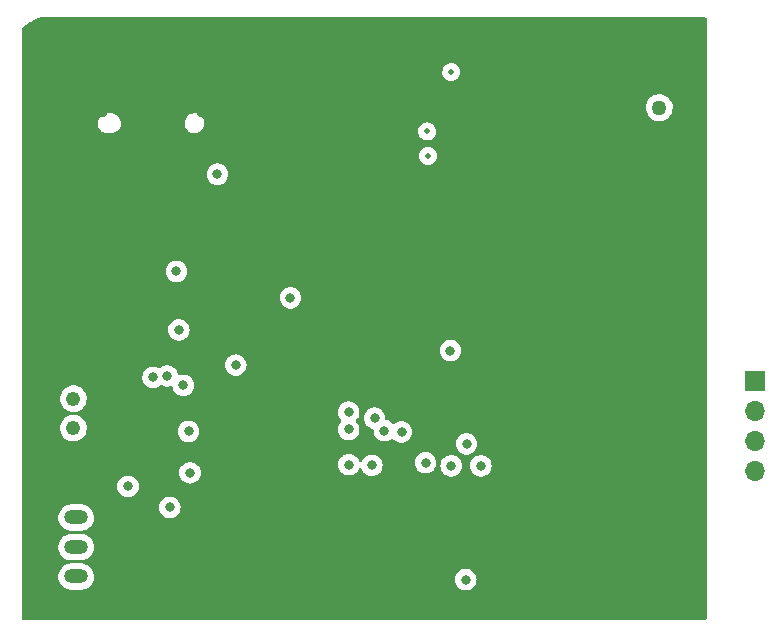
<source format=gbr>
%TF.GenerationSoftware,KiCad,Pcbnew,(6.0.1-0)*%
%TF.CreationDate,2022-05-03T07:12:26+06:00*%
%TF.ProjectId,Sound Sensor,536f756e-6420-4536-956e-736f722e6b69,rev?*%
%TF.SameCoordinates,Original*%
%TF.FileFunction,Copper,L2,Inr*%
%TF.FilePolarity,Positive*%
%FSLAX46Y46*%
G04 Gerber Fmt 4.6, Leading zero omitted, Abs format (unit mm)*
G04 Created by KiCad (PCBNEW (6.0.1-0)) date 2022-05-03 07:12:26*
%MOMM*%
%LPD*%
G01*
G04 APERTURE LIST*
%TA.AperFunction,ComponentPad*%
%ADD10O,2.000000X1.200000*%
%TD*%
%TA.AperFunction,ComponentPad*%
%ADD11O,0.800000X1.400000*%
%TD*%
%TA.AperFunction,ComponentPad*%
%ADD12R,1.700000X1.700000*%
%TD*%
%TA.AperFunction,ComponentPad*%
%ADD13O,1.700000X1.700000*%
%TD*%
%TA.AperFunction,ComponentPad*%
%ADD14C,1.270000*%
%TD*%
%TA.AperFunction,ComponentPad*%
%ADD15C,1.228000*%
%TD*%
%TA.AperFunction,ViaPad*%
%ADD16C,0.800000*%
%TD*%
%TA.AperFunction,ViaPad*%
%ADD17C,0.500000*%
%TD*%
G04 APERTURE END LIST*
D10*
X168620000Y-144330000D03*
X168620000Y-141830000D03*
X168620000Y-139330000D03*
D11*
X170540000Y-98760000D03*
X179520000Y-98760000D03*
X179160000Y-104710000D03*
X170900000Y-104710000D03*
D12*
X226100000Y-127780000D03*
D13*
X226100000Y-130320000D03*
X226100000Y-132860000D03*
X226100000Y-135400000D03*
D14*
X217990000Y-104640500D03*
X217990000Y-107140500D03*
D15*
X168390000Y-131775000D03*
X168390000Y-129275000D03*
D16*
X195670000Y-112700000D03*
X199165000Y-112700000D03*
X202660000Y-112700000D03*
X206155000Y-112700000D03*
X209670000Y-112700000D03*
X213480000Y-112700000D03*
X217200000Y-112720000D03*
X217200000Y-115170000D03*
X213570000Y-115150000D03*
X209670000Y-115150000D03*
X206170000Y-115150000D03*
X202670000Y-115150000D03*
X199170000Y-115150000D03*
X195670000Y-115150000D03*
X182130000Y-126430000D03*
X186765000Y-120735000D03*
X200300000Y-125200000D03*
X193880000Y-130920000D03*
X198200000Y-134700000D03*
X173005000Y-136695000D03*
X201600000Y-144600000D03*
X175200000Y-112500000D03*
X207600000Y-146600000D03*
X198200000Y-121300000D03*
X197200000Y-131100000D03*
X179010000Y-125890000D03*
X183400000Y-126900000D03*
X177780000Y-108480000D03*
X174800000Y-130700000D03*
X208300000Y-136500000D03*
X195400000Y-134200000D03*
X198600000Y-142900000D03*
X208100000Y-126400000D03*
X178110000Y-115910000D03*
X175130000Y-127470000D03*
X178140000Y-132050000D03*
X178260000Y-135550000D03*
X177690000Y-128140000D03*
X176540000Y-138480000D03*
X177310000Y-123450000D03*
D17*
X198400000Y-108710000D03*
D16*
X180580000Y-110270000D03*
X177110000Y-118500000D03*
X176310000Y-127340000D03*
X200370000Y-134960000D03*
X202880000Y-134960000D03*
X191693459Y-131873459D03*
X191693459Y-130415500D03*
X196169001Y-132093798D03*
X191710000Y-134870000D03*
X193651577Y-134916342D03*
X194710000Y-131980000D03*
X201670000Y-133100000D03*
D17*
X200380000Y-101600000D03*
X198330000Y-106650000D03*
%TA.AperFunction,Conductor*%
G36*
X221942121Y-97020002D02*
G01*
X221988614Y-97073658D01*
X222000000Y-97126000D01*
X222000000Y-147874000D01*
X221979998Y-147942121D01*
X221926342Y-147988614D01*
X221874000Y-148000000D01*
X164126000Y-148000000D01*
X164057879Y-147979998D01*
X164011386Y-147926342D01*
X164000000Y-147874000D01*
X164000000Y-144275604D01*
X167107787Y-144275604D01*
X167117567Y-144486899D01*
X167167125Y-144692534D01*
X167169607Y-144697992D01*
X167169608Y-144697996D01*
X167211408Y-144789928D01*
X167254674Y-144885087D01*
X167377054Y-145057611D01*
X167529850Y-145203881D01*
X167707548Y-145318620D01*
X167713114Y-145320863D01*
X167898168Y-145395442D01*
X167898171Y-145395443D01*
X167903737Y-145397686D01*
X168111337Y-145438228D01*
X168116899Y-145438500D01*
X169072846Y-145438500D01*
X169230566Y-145423452D01*
X169433534Y-145363908D01*
X169517111Y-145320863D01*
X169616249Y-145269804D01*
X169616252Y-145269802D01*
X169621580Y-145267058D01*
X169787920Y-145136396D01*
X169791852Y-145131865D01*
X169791855Y-145131862D01*
X169922621Y-144981167D01*
X169926552Y-144976637D01*
X169929552Y-144971451D01*
X169929555Y-144971447D01*
X170029467Y-144798742D01*
X170032473Y-144793546D01*
X170099683Y-144600000D01*
X200686496Y-144600000D01*
X200687186Y-144606565D01*
X200696222Y-144692534D01*
X200706458Y-144789928D01*
X200765473Y-144971556D01*
X200860960Y-145136944D01*
X200865378Y-145141851D01*
X200865379Y-145141852D01*
X200984325Y-145273955D01*
X200988747Y-145278866D01*
X201143248Y-145391118D01*
X201149276Y-145393802D01*
X201149278Y-145393803D01*
X201247103Y-145437357D01*
X201317712Y-145468794D01*
X201411113Y-145488647D01*
X201498056Y-145507128D01*
X201498061Y-145507128D01*
X201504513Y-145508500D01*
X201695487Y-145508500D01*
X201701939Y-145507128D01*
X201701944Y-145507128D01*
X201788887Y-145488647D01*
X201882288Y-145468794D01*
X201952897Y-145437357D01*
X202050722Y-145393803D01*
X202050724Y-145393802D01*
X202056752Y-145391118D01*
X202211253Y-145278866D01*
X202215675Y-145273955D01*
X202334621Y-145141852D01*
X202334622Y-145141851D01*
X202339040Y-145136944D01*
X202434527Y-144971556D01*
X202493542Y-144789928D01*
X202503779Y-144692534D01*
X202512814Y-144606565D01*
X202513504Y-144600000D01*
X202493542Y-144410072D01*
X202434527Y-144228444D01*
X202339040Y-144063056D01*
X202252971Y-143967466D01*
X202215675Y-143926045D01*
X202215674Y-143926044D01*
X202211253Y-143921134D01*
X202056752Y-143808882D01*
X202050724Y-143806198D01*
X202050722Y-143806197D01*
X201888319Y-143733891D01*
X201888318Y-143733891D01*
X201882288Y-143731206D01*
X201788887Y-143711353D01*
X201701944Y-143692872D01*
X201701939Y-143692872D01*
X201695487Y-143691500D01*
X201504513Y-143691500D01*
X201498061Y-143692872D01*
X201498056Y-143692872D01*
X201411113Y-143711353D01*
X201317712Y-143731206D01*
X201311682Y-143733891D01*
X201311681Y-143733891D01*
X201149278Y-143806197D01*
X201149276Y-143806198D01*
X201143248Y-143808882D01*
X200988747Y-143921134D01*
X200984326Y-143926044D01*
X200984325Y-143926045D01*
X200947030Y-143967466D01*
X200860960Y-144063056D01*
X200765473Y-144228444D01*
X200706458Y-144410072D01*
X200686496Y-144600000D01*
X170099683Y-144600000D01*
X170101861Y-144593729D01*
X170128490Y-144410072D01*
X170131352Y-144390336D01*
X170131352Y-144390333D01*
X170132213Y-144384396D01*
X170122433Y-144173101D01*
X170072875Y-143967466D01*
X170029525Y-143872122D01*
X169987806Y-143780368D01*
X169985326Y-143774913D01*
X169862946Y-143602389D01*
X169710150Y-143456119D01*
X169532452Y-143341380D01*
X169472354Y-143317160D01*
X169341832Y-143264558D01*
X169341829Y-143264557D01*
X169336263Y-143262314D01*
X169128663Y-143221772D01*
X169123101Y-143221500D01*
X168167154Y-143221500D01*
X168009434Y-143236548D01*
X167806466Y-143296092D01*
X167801139Y-143298836D01*
X167801138Y-143298836D01*
X167623751Y-143390196D01*
X167623748Y-143390198D01*
X167618420Y-143392942D01*
X167452080Y-143523604D01*
X167448148Y-143528135D01*
X167448145Y-143528138D01*
X167379474Y-143607275D01*
X167313448Y-143683363D01*
X167310448Y-143688549D01*
X167310445Y-143688553D01*
X167240833Y-143808882D01*
X167207527Y-143866454D01*
X167138139Y-144066271D01*
X167137278Y-144072206D01*
X167137278Y-144072208D01*
X167113714Y-144234729D01*
X167107787Y-144275604D01*
X164000000Y-144275604D01*
X164000000Y-141775604D01*
X167107787Y-141775604D01*
X167117567Y-141986899D01*
X167167125Y-142192534D01*
X167169607Y-142197992D01*
X167169608Y-142197996D01*
X167213053Y-142293546D01*
X167254674Y-142385087D01*
X167377054Y-142557611D01*
X167529850Y-142703881D01*
X167707548Y-142818620D01*
X167713114Y-142820863D01*
X167898168Y-142895442D01*
X167898171Y-142895443D01*
X167903737Y-142897686D01*
X168111337Y-142938228D01*
X168116899Y-142938500D01*
X169072846Y-142938500D01*
X169230566Y-142923452D01*
X169433534Y-142863908D01*
X169517111Y-142820863D01*
X169616249Y-142769804D01*
X169616252Y-142769802D01*
X169621580Y-142767058D01*
X169787920Y-142636396D01*
X169791852Y-142631865D01*
X169791855Y-142631862D01*
X169922621Y-142481167D01*
X169926552Y-142476637D01*
X169929552Y-142471451D01*
X169929555Y-142471447D01*
X170029467Y-142298742D01*
X170032473Y-142293546D01*
X170101861Y-142093729D01*
X170132213Y-141884396D01*
X170122433Y-141673101D01*
X170072875Y-141467466D01*
X170029525Y-141372122D01*
X169987806Y-141280368D01*
X169985326Y-141274913D01*
X169862946Y-141102389D01*
X169710150Y-140956119D01*
X169532452Y-140841380D01*
X169472354Y-140817160D01*
X169341832Y-140764558D01*
X169341829Y-140764557D01*
X169336263Y-140762314D01*
X169128663Y-140721772D01*
X169123101Y-140721500D01*
X168167154Y-140721500D01*
X168009434Y-140736548D01*
X167806466Y-140796092D01*
X167801139Y-140798836D01*
X167801138Y-140798836D01*
X167623751Y-140890196D01*
X167623748Y-140890198D01*
X167618420Y-140892942D01*
X167452080Y-141023604D01*
X167448148Y-141028135D01*
X167448145Y-141028138D01*
X167379474Y-141107275D01*
X167313448Y-141183363D01*
X167310448Y-141188549D01*
X167310445Y-141188553D01*
X167263312Y-141270026D01*
X167207527Y-141366454D01*
X167138139Y-141566271D01*
X167107787Y-141775604D01*
X164000000Y-141775604D01*
X164000000Y-139275604D01*
X167107787Y-139275604D01*
X167117567Y-139486899D01*
X167167125Y-139692534D01*
X167169607Y-139697992D01*
X167169608Y-139697996D01*
X167213053Y-139793546D01*
X167254674Y-139885087D01*
X167377054Y-140057611D01*
X167529850Y-140203881D01*
X167707548Y-140318620D01*
X167713114Y-140320863D01*
X167898168Y-140395442D01*
X167898171Y-140395443D01*
X167903737Y-140397686D01*
X168111337Y-140438228D01*
X168116899Y-140438500D01*
X169072846Y-140438500D01*
X169230566Y-140423452D01*
X169433534Y-140363908D01*
X169517111Y-140320863D01*
X169616249Y-140269804D01*
X169616252Y-140269802D01*
X169621580Y-140267058D01*
X169787920Y-140136396D01*
X169791852Y-140131865D01*
X169791855Y-140131862D01*
X169922621Y-139981167D01*
X169926552Y-139976637D01*
X169929552Y-139971451D01*
X169929555Y-139971447D01*
X170029467Y-139798742D01*
X170032473Y-139793546D01*
X170101861Y-139593729D01*
X170132213Y-139384396D01*
X170122433Y-139173101D01*
X170072875Y-138967466D01*
X170029525Y-138872122D01*
X169987806Y-138780368D01*
X169985326Y-138774913D01*
X169862946Y-138602389D01*
X169741954Y-138486565D01*
X169735096Y-138480000D01*
X175626496Y-138480000D01*
X175646458Y-138669928D01*
X175705473Y-138851556D01*
X175800960Y-139016944D01*
X175928747Y-139158866D01*
X176083248Y-139271118D01*
X176089276Y-139273802D01*
X176089278Y-139273803D01*
X176106793Y-139281601D01*
X176257712Y-139348794D01*
X176351112Y-139368647D01*
X176438056Y-139387128D01*
X176438061Y-139387128D01*
X176444513Y-139388500D01*
X176635487Y-139388500D01*
X176641939Y-139387128D01*
X176641944Y-139387128D01*
X176728888Y-139368647D01*
X176822288Y-139348794D01*
X176973207Y-139281601D01*
X176990722Y-139273803D01*
X176990724Y-139273802D01*
X176996752Y-139271118D01*
X177151253Y-139158866D01*
X177279040Y-139016944D01*
X177374527Y-138851556D01*
X177433542Y-138669928D01*
X177453504Y-138480000D01*
X177433542Y-138290072D01*
X177374527Y-138108444D01*
X177279040Y-137943056D01*
X177151253Y-137801134D01*
X176996752Y-137688882D01*
X176990724Y-137686198D01*
X176990722Y-137686197D01*
X176828319Y-137613891D01*
X176828318Y-137613891D01*
X176822288Y-137611206D01*
X176728887Y-137591353D01*
X176641944Y-137572872D01*
X176641939Y-137572872D01*
X176635487Y-137571500D01*
X176444513Y-137571500D01*
X176438061Y-137572872D01*
X176438056Y-137572872D01*
X176351113Y-137591353D01*
X176257712Y-137611206D01*
X176251682Y-137613891D01*
X176251681Y-137613891D01*
X176089278Y-137686197D01*
X176089276Y-137686198D01*
X176083248Y-137688882D01*
X175928747Y-137801134D01*
X175800960Y-137943056D01*
X175705473Y-138108444D01*
X175646458Y-138290072D01*
X175626496Y-138480000D01*
X169735096Y-138480000D01*
X169714480Y-138460264D01*
X169710150Y-138456119D01*
X169532452Y-138341380D01*
X169472354Y-138317160D01*
X169341832Y-138264558D01*
X169341829Y-138264557D01*
X169336263Y-138262314D01*
X169128663Y-138221772D01*
X169123101Y-138221500D01*
X168167154Y-138221500D01*
X168009434Y-138236548D01*
X167806466Y-138296092D01*
X167801139Y-138298836D01*
X167801138Y-138298836D01*
X167623751Y-138390196D01*
X167623748Y-138390198D01*
X167618420Y-138392942D01*
X167452080Y-138523604D01*
X167448148Y-138528135D01*
X167448145Y-138528138D01*
X167379474Y-138607275D01*
X167313448Y-138683363D01*
X167310448Y-138688549D01*
X167310445Y-138688553D01*
X167263312Y-138770026D01*
X167207527Y-138866454D01*
X167138139Y-139066271D01*
X167107787Y-139275604D01*
X164000000Y-139275604D01*
X164000000Y-136695000D01*
X172091496Y-136695000D01*
X172111458Y-136884928D01*
X172170473Y-137066556D01*
X172265960Y-137231944D01*
X172393747Y-137373866D01*
X172548248Y-137486118D01*
X172554276Y-137488802D01*
X172554278Y-137488803D01*
X172716681Y-137561109D01*
X172722712Y-137563794D01*
X172816113Y-137583647D01*
X172903056Y-137602128D01*
X172903061Y-137602128D01*
X172909513Y-137603500D01*
X173100487Y-137603500D01*
X173106939Y-137602128D01*
X173106944Y-137602128D01*
X173193887Y-137583647D01*
X173287288Y-137563794D01*
X173293319Y-137561109D01*
X173455722Y-137488803D01*
X173455724Y-137488802D01*
X173461752Y-137486118D01*
X173616253Y-137373866D01*
X173744040Y-137231944D01*
X173839527Y-137066556D01*
X173898542Y-136884928D01*
X173918504Y-136695000D01*
X173898542Y-136505072D01*
X173839527Y-136323444D01*
X173744040Y-136158056D01*
X173616253Y-136016134D01*
X173461752Y-135903882D01*
X173455724Y-135901198D01*
X173455722Y-135901197D01*
X173293319Y-135828891D01*
X173293318Y-135828891D01*
X173287288Y-135826206D01*
X173193888Y-135806353D01*
X173106944Y-135787872D01*
X173106939Y-135787872D01*
X173100487Y-135786500D01*
X172909513Y-135786500D01*
X172903061Y-135787872D01*
X172903056Y-135787872D01*
X172816112Y-135806353D01*
X172722712Y-135826206D01*
X172716682Y-135828891D01*
X172716681Y-135828891D01*
X172554278Y-135901197D01*
X172554276Y-135901198D01*
X172548248Y-135903882D01*
X172393747Y-136016134D01*
X172265960Y-136158056D01*
X172170473Y-136323444D01*
X172111458Y-136505072D01*
X172091496Y-136695000D01*
X164000000Y-136695000D01*
X164000000Y-135550000D01*
X177346496Y-135550000D01*
X177347186Y-135556565D01*
X177363046Y-135707460D01*
X177366458Y-135739928D01*
X177425473Y-135921556D01*
X177520960Y-136086944D01*
X177648747Y-136228866D01*
X177803248Y-136341118D01*
X177809276Y-136343802D01*
X177809278Y-136343803D01*
X177971681Y-136416109D01*
X177977712Y-136418794D01*
X178071113Y-136438647D01*
X178158056Y-136457128D01*
X178158061Y-136457128D01*
X178164513Y-136458500D01*
X178355487Y-136458500D01*
X178361939Y-136457128D01*
X178361944Y-136457128D01*
X178448887Y-136438647D01*
X178542288Y-136418794D01*
X178548319Y-136416109D01*
X178710722Y-136343803D01*
X178710724Y-136343802D01*
X178716752Y-136341118D01*
X178871253Y-136228866D01*
X178999040Y-136086944D01*
X179094527Y-135921556D01*
X179153542Y-135739928D01*
X179156955Y-135707460D01*
X179172814Y-135556565D01*
X179173504Y-135550000D01*
X179158984Y-135411852D01*
X179154232Y-135366635D01*
X179154232Y-135366633D01*
X179153542Y-135360072D01*
X179094527Y-135178444D01*
X178999040Y-135013056D01*
X178957180Y-134966565D01*
X178875675Y-134876045D01*
X178875674Y-134876044D01*
X178871253Y-134871134D01*
X178869692Y-134870000D01*
X190796496Y-134870000D01*
X190797186Y-134876565D01*
X190812133Y-135018774D01*
X190816458Y-135059928D01*
X190875473Y-135241556D01*
X190970960Y-135406944D01*
X190975378Y-135411851D01*
X190975379Y-135411852D01*
X191046848Y-135491226D01*
X191098747Y-135548866D01*
X191253248Y-135661118D01*
X191259276Y-135663802D01*
X191259278Y-135663803D01*
X191348617Y-135703579D01*
X191427712Y-135738794D01*
X191521112Y-135758647D01*
X191608056Y-135777128D01*
X191608061Y-135777128D01*
X191614513Y-135778500D01*
X191805487Y-135778500D01*
X191811939Y-135777128D01*
X191811944Y-135777128D01*
X191898888Y-135758647D01*
X191992288Y-135738794D01*
X192071383Y-135703579D01*
X192160722Y-135663803D01*
X192160724Y-135663802D01*
X192166752Y-135661118D01*
X192321253Y-135548866D01*
X192373152Y-135491226D01*
X192444621Y-135411852D01*
X192444622Y-135411851D01*
X192449040Y-135406944D01*
X192544527Y-135241556D01*
X192553428Y-135214163D01*
X192593502Y-135155559D01*
X192658899Y-135127923D01*
X192728856Y-135140031D01*
X192781161Y-135188038D01*
X192793092Y-135214164D01*
X192817050Y-135287898D01*
X192912537Y-135453286D01*
X192916955Y-135458193D01*
X192916956Y-135458194D01*
X193002094Y-135552749D01*
X193040324Y-135595208D01*
X193194825Y-135707460D01*
X193200853Y-135710144D01*
X193200855Y-135710145D01*
X193354384Y-135778500D01*
X193369289Y-135785136D01*
X193462689Y-135804989D01*
X193549633Y-135823470D01*
X193549638Y-135823470D01*
X193556090Y-135824842D01*
X193747064Y-135824842D01*
X193753516Y-135823470D01*
X193753521Y-135823470D01*
X193840465Y-135804989D01*
X193933865Y-135785136D01*
X193948770Y-135778500D01*
X194102299Y-135710145D01*
X194102301Y-135710144D01*
X194108329Y-135707460D01*
X194262830Y-135595208D01*
X194301060Y-135552749D01*
X194386198Y-135458194D01*
X194386199Y-135458193D01*
X194390617Y-135453286D01*
X194486104Y-135287898D01*
X194545119Y-135106270D01*
X194550680Y-135053365D01*
X194564391Y-134922907D01*
X194565081Y-134916342D01*
X194559520Y-134863435D01*
X194545809Y-134732977D01*
X194545809Y-134732975D01*
X194545119Y-134726414D01*
X194536537Y-134700000D01*
X197286496Y-134700000D01*
X197287186Y-134706565D01*
X197305054Y-134876565D01*
X197306458Y-134889928D01*
X197365473Y-135071556D01*
X197460960Y-135236944D01*
X197465378Y-135241851D01*
X197465379Y-135241852D01*
X197501180Y-135281613D01*
X197588747Y-135378866D01*
X197743248Y-135491118D01*
X197749276Y-135493802D01*
X197749278Y-135493803D01*
X197881674Y-135552749D01*
X197917712Y-135568794D01*
X198011112Y-135588647D01*
X198098056Y-135607128D01*
X198098061Y-135607128D01*
X198104513Y-135608500D01*
X198295487Y-135608500D01*
X198301939Y-135607128D01*
X198301944Y-135607128D01*
X198388888Y-135588647D01*
X198482288Y-135568794D01*
X198518326Y-135552749D01*
X198650722Y-135493803D01*
X198650724Y-135493802D01*
X198656752Y-135491118D01*
X198811253Y-135378866D01*
X198898820Y-135281613D01*
X198934621Y-135241852D01*
X198934622Y-135241851D01*
X198939040Y-135236944D01*
X199034527Y-135071556D01*
X199070774Y-134960000D01*
X199456496Y-134960000D01*
X199457186Y-134966565D01*
X199471180Y-135099707D01*
X199476458Y-135149928D01*
X199535473Y-135331556D01*
X199630960Y-135496944D01*
X199635378Y-135501851D01*
X199635379Y-135501852D01*
X199673289Y-135543955D01*
X199758747Y-135638866D01*
X199853158Y-135707460D01*
X199896286Y-135738794D01*
X199913248Y-135751118D01*
X199919276Y-135753802D01*
X199919278Y-135753803D01*
X200081681Y-135826109D01*
X200087712Y-135828794D01*
X200181112Y-135848647D01*
X200268056Y-135867128D01*
X200268061Y-135867128D01*
X200274513Y-135868500D01*
X200465487Y-135868500D01*
X200471939Y-135867128D01*
X200471944Y-135867128D01*
X200558888Y-135848647D01*
X200652288Y-135828794D01*
X200658319Y-135826109D01*
X200820722Y-135753803D01*
X200820724Y-135753802D01*
X200826752Y-135751118D01*
X200843715Y-135738794D01*
X200886842Y-135707460D01*
X200981253Y-135638866D01*
X201066711Y-135543955D01*
X201104621Y-135501852D01*
X201104622Y-135501851D01*
X201109040Y-135496944D01*
X201204527Y-135331556D01*
X201263542Y-135149928D01*
X201268821Y-135099707D01*
X201282814Y-134966565D01*
X201283504Y-134960000D01*
X201966496Y-134960000D01*
X201967186Y-134966565D01*
X201981180Y-135099707D01*
X201986458Y-135149928D01*
X202045473Y-135331556D01*
X202140960Y-135496944D01*
X202145378Y-135501851D01*
X202145379Y-135501852D01*
X202183289Y-135543955D01*
X202268747Y-135638866D01*
X202363158Y-135707460D01*
X202406286Y-135738794D01*
X202423248Y-135751118D01*
X202429276Y-135753802D01*
X202429278Y-135753803D01*
X202591681Y-135826109D01*
X202597712Y-135828794D01*
X202691112Y-135848647D01*
X202778056Y-135867128D01*
X202778061Y-135867128D01*
X202784513Y-135868500D01*
X202975487Y-135868500D01*
X202981939Y-135867128D01*
X202981944Y-135867128D01*
X203068888Y-135848647D01*
X203162288Y-135828794D01*
X203168319Y-135826109D01*
X203330722Y-135753803D01*
X203330724Y-135753802D01*
X203336752Y-135751118D01*
X203353715Y-135738794D01*
X203396842Y-135707460D01*
X203491253Y-135638866D01*
X203576711Y-135543955D01*
X203614621Y-135501852D01*
X203614622Y-135501851D01*
X203619040Y-135496944D01*
X203714527Y-135331556D01*
X203773542Y-135149928D01*
X203778821Y-135099707D01*
X203792814Y-134966565D01*
X203793504Y-134960000D01*
X203786139Y-134889928D01*
X203774232Y-134776635D01*
X203774232Y-134776633D01*
X203773542Y-134770072D01*
X203714527Y-134588444D01*
X203619040Y-134423056D01*
X203491253Y-134281134D01*
X203336752Y-134168882D01*
X203330724Y-134166198D01*
X203330722Y-134166197D01*
X203168319Y-134093891D01*
X203168318Y-134093891D01*
X203162288Y-134091206D01*
X203068887Y-134071353D01*
X202981944Y-134052872D01*
X202981939Y-134052872D01*
X202975487Y-134051500D01*
X202784513Y-134051500D01*
X202778061Y-134052872D01*
X202778056Y-134052872D01*
X202691113Y-134071353D01*
X202597712Y-134091206D01*
X202591682Y-134093891D01*
X202591681Y-134093891D01*
X202429278Y-134166197D01*
X202429276Y-134166198D01*
X202423248Y-134168882D01*
X202268747Y-134281134D01*
X202140960Y-134423056D01*
X202045473Y-134588444D01*
X201986458Y-134770072D01*
X201985768Y-134776633D01*
X201985768Y-134776635D01*
X201973861Y-134889928D01*
X201966496Y-134960000D01*
X201283504Y-134960000D01*
X201276139Y-134889928D01*
X201264232Y-134776635D01*
X201264232Y-134776633D01*
X201263542Y-134770072D01*
X201204527Y-134588444D01*
X201109040Y-134423056D01*
X200981253Y-134281134D01*
X200826752Y-134168882D01*
X200820724Y-134166198D01*
X200820722Y-134166197D01*
X200658319Y-134093891D01*
X200658318Y-134093891D01*
X200652288Y-134091206D01*
X200558887Y-134071353D01*
X200471944Y-134052872D01*
X200471939Y-134052872D01*
X200465487Y-134051500D01*
X200274513Y-134051500D01*
X200268061Y-134052872D01*
X200268056Y-134052872D01*
X200181113Y-134071353D01*
X200087712Y-134091206D01*
X200081682Y-134093891D01*
X200081681Y-134093891D01*
X199919278Y-134166197D01*
X199919276Y-134166198D01*
X199913248Y-134168882D01*
X199758747Y-134281134D01*
X199630960Y-134423056D01*
X199535473Y-134588444D01*
X199476458Y-134770072D01*
X199475768Y-134776633D01*
X199475768Y-134776635D01*
X199463861Y-134889928D01*
X199456496Y-134960000D01*
X199070774Y-134960000D01*
X199093542Y-134889928D01*
X199094947Y-134876565D01*
X199112814Y-134706565D01*
X199113504Y-134700000D01*
X199111410Y-134680072D01*
X199094232Y-134516635D01*
X199094232Y-134516633D01*
X199093542Y-134510072D01*
X199034527Y-134328444D01*
X198939040Y-134163056D01*
X198908471Y-134129105D01*
X198815675Y-134026045D01*
X198815674Y-134026044D01*
X198811253Y-134021134D01*
X198656752Y-133908882D01*
X198650724Y-133906198D01*
X198650722Y-133906197D01*
X198488319Y-133833891D01*
X198488318Y-133833891D01*
X198482288Y-133831206D01*
X198388887Y-133811353D01*
X198301944Y-133792872D01*
X198301939Y-133792872D01*
X198295487Y-133791500D01*
X198104513Y-133791500D01*
X198098061Y-133792872D01*
X198098056Y-133792872D01*
X198011113Y-133811353D01*
X197917712Y-133831206D01*
X197911682Y-133833891D01*
X197911681Y-133833891D01*
X197749278Y-133906197D01*
X197749276Y-133906198D01*
X197743248Y-133908882D01*
X197588747Y-134021134D01*
X197584326Y-134026044D01*
X197584325Y-134026045D01*
X197491530Y-134129105D01*
X197460960Y-134163056D01*
X197365473Y-134328444D01*
X197306458Y-134510072D01*
X197305768Y-134516633D01*
X197305768Y-134516635D01*
X197288590Y-134680072D01*
X197286496Y-134700000D01*
X194536537Y-134700000D01*
X194486104Y-134544786D01*
X194390617Y-134379398D01*
X194344472Y-134328148D01*
X194267252Y-134242387D01*
X194267251Y-134242386D01*
X194262830Y-134237476D01*
X194108329Y-134125224D01*
X194102301Y-134122540D01*
X194102299Y-134122539D01*
X193939896Y-134050233D01*
X193939895Y-134050233D01*
X193933865Y-134047548D01*
X193809598Y-134021134D01*
X193753521Y-134009214D01*
X193753516Y-134009214D01*
X193747064Y-134007842D01*
X193556090Y-134007842D01*
X193549638Y-134009214D01*
X193549633Y-134009214D01*
X193493556Y-134021134D01*
X193369289Y-134047548D01*
X193363259Y-134050233D01*
X193363258Y-134050233D01*
X193200855Y-134122539D01*
X193200853Y-134122540D01*
X193194825Y-134125224D01*
X193040324Y-134237476D01*
X193035903Y-134242386D01*
X193035902Y-134242387D01*
X192958683Y-134328148D01*
X192912537Y-134379398D01*
X192817050Y-134544786D01*
X192808150Y-134572178D01*
X192768075Y-134630783D01*
X192702678Y-134658419D01*
X192632721Y-134646311D01*
X192580416Y-134598304D01*
X192568484Y-134572176D01*
X192559585Y-134544786D01*
X192544527Y-134498444D01*
X192449040Y-134333056D01*
X192439735Y-134322721D01*
X192325675Y-134196045D01*
X192325674Y-134196044D01*
X192321253Y-134191134D01*
X192187410Y-134093891D01*
X192172094Y-134082763D01*
X192172093Y-134082762D01*
X192166752Y-134078882D01*
X192160724Y-134076198D01*
X192160722Y-134076197D01*
X191998319Y-134003891D01*
X191998318Y-134003891D01*
X191992288Y-134001206D01*
X191898887Y-133981353D01*
X191811944Y-133962872D01*
X191811939Y-133962872D01*
X191805487Y-133961500D01*
X191614513Y-133961500D01*
X191608061Y-133962872D01*
X191608056Y-133962872D01*
X191521113Y-133981353D01*
X191427712Y-134001206D01*
X191421682Y-134003891D01*
X191421681Y-134003891D01*
X191259278Y-134076197D01*
X191259276Y-134076198D01*
X191253248Y-134078882D01*
X191247907Y-134082762D01*
X191247906Y-134082763D01*
X191232590Y-134093891D01*
X191098747Y-134191134D01*
X191094326Y-134196044D01*
X191094325Y-134196045D01*
X190980266Y-134322721D01*
X190970960Y-134333056D01*
X190875473Y-134498444D01*
X190816458Y-134680072D01*
X190815768Y-134686633D01*
X190815768Y-134686635D01*
X190806999Y-134770072D01*
X190796496Y-134870000D01*
X178869692Y-134870000D01*
X178716752Y-134758882D01*
X178710724Y-134756198D01*
X178710722Y-134756197D01*
X178548319Y-134683891D01*
X178548318Y-134683891D01*
X178542288Y-134681206D01*
X178448888Y-134661353D01*
X178361944Y-134642872D01*
X178361939Y-134642872D01*
X178355487Y-134641500D01*
X178164513Y-134641500D01*
X178158061Y-134642872D01*
X178158056Y-134642872D01*
X178071112Y-134661353D01*
X177977712Y-134681206D01*
X177971682Y-134683891D01*
X177971681Y-134683891D01*
X177809278Y-134756197D01*
X177809276Y-134756198D01*
X177803248Y-134758882D01*
X177648747Y-134871134D01*
X177644326Y-134876044D01*
X177644325Y-134876045D01*
X177562821Y-134966565D01*
X177520960Y-135013056D01*
X177425473Y-135178444D01*
X177366458Y-135360072D01*
X177365768Y-135366633D01*
X177365768Y-135366635D01*
X177361016Y-135411852D01*
X177346496Y-135550000D01*
X164000000Y-135550000D01*
X164000000Y-133100000D01*
X200756496Y-133100000D01*
X200776458Y-133289928D01*
X200835473Y-133471556D01*
X200930960Y-133636944D01*
X201058747Y-133778866D01*
X201213248Y-133891118D01*
X201219276Y-133893802D01*
X201219278Y-133893803D01*
X201371329Y-133961500D01*
X201387712Y-133968794D01*
X201481112Y-133988647D01*
X201568056Y-134007128D01*
X201568061Y-134007128D01*
X201574513Y-134008500D01*
X201765487Y-134008500D01*
X201771939Y-134007128D01*
X201771944Y-134007128D01*
X201858888Y-133988647D01*
X201952288Y-133968794D01*
X201968671Y-133961500D01*
X202120722Y-133893803D01*
X202120724Y-133893802D01*
X202126752Y-133891118D01*
X202281253Y-133778866D01*
X202409040Y-133636944D01*
X202504527Y-133471556D01*
X202563542Y-133289928D01*
X202583504Y-133100000D01*
X202563542Y-132910072D01*
X202504527Y-132728444D01*
X202409040Y-132563056D01*
X202281253Y-132421134D01*
X202176837Y-132345271D01*
X202132094Y-132312763D01*
X202132093Y-132312762D01*
X202126752Y-132308882D01*
X202120724Y-132306198D01*
X202120722Y-132306197D01*
X201958319Y-132233891D01*
X201958318Y-132233891D01*
X201952288Y-132231206D01*
X201858887Y-132211353D01*
X201771944Y-132192872D01*
X201771939Y-132192872D01*
X201765487Y-132191500D01*
X201574513Y-132191500D01*
X201568061Y-132192872D01*
X201568056Y-132192872D01*
X201481113Y-132211353D01*
X201387712Y-132231206D01*
X201381682Y-132233891D01*
X201381681Y-132233891D01*
X201219278Y-132306197D01*
X201219276Y-132306198D01*
X201213248Y-132308882D01*
X201207907Y-132312762D01*
X201207906Y-132312763D01*
X201163163Y-132345271D01*
X201058747Y-132421134D01*
X200930960Y-132563056D01*
X200835473Y-132728444D01*
X200776458Y-132910072D01*
X200756496Y-133100000D01*
X164000000Y-133100000D01*
X164000000Y-131745490D01*
X167263077Y-131745490D01*
X167276570Y-131951350D01*
X167277991Y-131956946D01*
X167277992Y-131956951D01*
X167297167Y-132032451D01*
X167327352Y-132151303D01*
X167413722Y-132338654D01*
X167532788Y-132507129D01*
X167680561Y-132651084D01*
X167685364Y-132654293D01*
X167685365Y-132654294D01*
X167698019Y-132662749D01*
X167852095Y-132765698D01*
X167936654Y-132802028D01*
X168036332Y-132844854D01*
X168036336Y-132844855D01*
X168041642Y-132847135D01*
X168047274Y-132848409D01*
X168047276Y-132848410D01*
X168237220Y-132891390D01*
X168237225Y-132891391D01*
X168242857Y-132892665D01*
X168248628Y-132892892D01*
X168248630Y-132892892D01*
X168312513Y-132895402D01*
X168448999Y-132900764D01*
X168558300Y-132884916D01*
X168647451Y-132871990D01*
X168647456Y-132871989D01*
X168653165Y-132871161D01*
X168658629Y-132869306D01*
X168658634Y-132869305D01*
X168843050Y-132806704D01*
X168848518Y-132804848D01*
X169028515Y-132704045D01*
X169187128Y-132572128D01*
X169319045Y-132413515D01*
X169419848Y-132233518D01*
X169465048Y-132100363D01*
X169482144Y-132050000D01*
X177226496Y-132050000D01*
X177227186Y-132056565D01*
X177245210Y-132228050D01*
X177246458Y-132239928D01*
X177305473Y-132421556D01*
X177400960Y-132586944D01*
X177405378Y-132591851D01*
X177405379Y-132591852D01*
X177488627Y-132684308D01*
X177528747Y-132728866D01*
X177683248Y-132841118D01*
X177689276Y-132843802D01*
X177689278Y-132843803D01*
X177824021Y-132903794D01*
X177857712Y-132918794D01*
X177951112Y-132938647D01*
X178038056Y-132957128D01*
X178038061Y-132957128D01*
X178044513Y-132958500D01*
X178235487Y-132958500D01*
X178241939Y-132957128D01*
X178241944Y-132957128D01*
X178328888Y-132938647D01*
X178422288Y-132918794D01*
X178455979Y-132903794D01*
X178590722Y-132843803D01*
X178590724Y-132843802D01*
X178596752Y-132841118D01*
X178751253Y-132728866D01*
X178791373Y-132684308D01*
X178874621Y-132591852D01*
X178874622Y-132591851D01*
X178879040Y-132586944D01*
X178974527Y-132421556D01*
X179033542Y-132239928D01*
X179034791Y-132228050D01*
X179052814Y-132056565D01*
X179053504Y-132050000D01*
X179038835Y-131910433D01*
X179034949Y-131873459D01*
X190779955Y-131873459D01*
X190780645Y-131880024D01*
X190796666Y-132032451D01*
X190799917Y-132063387D01*
X190858932Y-132245015D01*
X190954419Y-132410403D01*
X191082206Y-132552325D01*
X191112473Y-132574315D01*
X191228847Y-132658866D01*
X191236707Y-132664577D01*
X191242735Y-132667261D01*
X191242737Y-132667262D01*
X191405140Y-132739568D01*
X191411171Y-132742253D01*
X191504572Y-132762106D01*
X191591515Y-132780587D01*
X191591520Y-132780587D01*
X191597972Y-132781959D01*
X191788946Y-132781959D01*
X191795398Y-132780587D01*
X191795403Y-132780587D01*
X191882346Y-132762106D01*
X191975747Y-132742253D01*
X191981778Y-132739568D01*
X192144181Y-132667262D01*
X192144183Y-132667261D01*
X192150211Y-132664577D01*
X192158072Y-132658866D01*
X192274445Y-132574315D01*
X192304712Y-132552325D01*
X192432499Y-132410403D01*
X192527986Y-132245015D01*
X192587001Y-132063387D01*
X192590253Y-132032451D01*
X192606273Y-131880024D01*
X192606963Y-131873459D01*
X192598209Y-131790166D01*
X192587691Y-131690094D01*
X192587691Y-131690092D01*
X192587001Y-131683531D01*
X192527986Y-131501903D01*
X192504863Y-131461852D01*
X192487035Y-131430974D01*
X192432499Y-131336515D01*
X192335503Y-131228790D01*
X192304785Y-131164783D01*
X192313550Y-131094329D01*
X192335502Y-131060170D01*
X192339655Y-131055558D01*
X192432499Y-130952444D01*
X192451231Y-130920000D01*
X192966496Y-130920000D01*
X192967186Y-130926562D01*
X192967186Y-130926565D01*
X192980744Y-131055558D01*
X192986458Y-131109928D01*
X193045473Y-131291556D01*
X193048776Y-131297278D01*
X193048777Y-131297279D01*
X193078709Y-131349123D01*
X193140960Y-131456944D01*
X193145378Y-131461851D01*
X193145379Y-131461852D01*
X193242363Y-131569564D01*
X193268747Y-131598866D01*
X193423248Y-131711118D01*
X193429276Y-131713802D01*
X193429278Y-131713803D01*
X193566730Y-131775000D01*
X193597712Y-131788794D01*
X193700839Y-131810714D01*
X193763311Y-131844442D01*
X193797633Y-131906592D01*
X193799951Y-131947129D01*
X193796496Y-131980000D01*
X193797186Y-131986565D01*
X193815052Y-132156546D01*
X193816458Y-132169928D01*
X193875473Y-132351556D01*
X193970960Y-132516944D01*
X193975378Y-132521851D01*
X193975379Y-132521852D01*
X194091740Y-132651084D01*
X194098747Y-132658866D01*
X194164810Y-132706864D01*
X194241373Y-132762490D01*
X194253248Y-132771118D01*
X194259276Y-132773802D01*
X194259278Y-132773803D01*
X194421681Y-132846109D01*
X194427712Y-132848794D01*
X194521113Y-132868647D01*
X194608056Y-132887128D01*
X194608061Y-132887128D01*
X194614513Y-132888500D01*
X194805487Y-132888500D01*
X194811939Y-132887128D01*
X194811944Y-132887128D01*
X194898887Y-132868647D01*
X194992288Y-132848794D01*
X194998319Y-132846109D01*
X195160722Y-132773803D01*
X195160724Y-132773802D01*
X195166752Y-132771118D01*
X195178628Y-132762490D01*
X195310495Y-132666682D01*
X195377362Y-132642824D01*
X195446514Y-132658904D01*
X195478192Y-132684308D01*
X195552862Y-132767237D01*
X195557748Y-132772664D01*
X195712249Y-132884916D01*
X195718277Y-132887600D01*
X195718279Y-132887601D01*
X195877522Y-132958500D01*
X195886713Y-132962592D01*
X195980113Y-132982445D01*
X196067057Y-133000926D01*
X196067062Y-133000926D01*
X196073514Y-133002298D01*
X196264488Y-133002298D01*
X196270940Y-133000926D01*
X196270945Y-133000926D01*
X196357889Y-132982445D01*
X196451289Y-132962592D01*
X196460480Y-132958500D01*
X196619723Y-132887601D01*
X196619725Y-132887600D01*
X196625753Y-132884916D01*
X196780254Y-132772664D01*
X196784676Y-132767753D01*
X196903622Y-132635650D01*
X196903623Y-132635649D01*
X196908041Y-132630742D01*
X197003528Y-132465354D01*
X197062543Y-132283726D01*
X197066487Y-132246206D01*
X197081815Y-132100363D01*
X197082505Y-132093798D01*
X197076057Y-132032451D01*
X197063233Y-131910433D01*
X197063233Y-131910431D01*
X197062543Y-131903870D01*
X197003528Y-131722242D01*
X196908041Y-131556854D01*
X196898582Y-131546348D01*
X196784676Y-131419843D01*
X196784675Y-131419842D01*
X196780254Y-131414932D01*
X196672323Y-131336515D01*
X196631095Y-131306561D01*
X196631094Y-131306560D01*
X196625753Y-131302680D01*
X196619725Y-131299996D01*
X196619723Y-131299995D01*
X196457320Y-131227689D01*
X196457319Y-131227689D01*
X196451289Y-131225004D01*
X196357888Y-131205151D01*
X196270945Y-131186670D01*
X196270940Y-131186670D01*
X196264488Y-131185298D01*
X196073514Y-131185298D01*
X196067062Y-131186670D01*
X196067057Y-131186670D01*
X195980114Y-131205151D01*
X195886713Y-131225004D01*
X195880683Y-131227689D01*
X195880682Y-131227689D01*
X195718279Y-131299995D01*
X195718277Y-131299996D01*
X195712249Y-131302680D01*
X195706908Y-131306560D01*
X195706907Y-131306561D01*
X195568506Y-131407116D01*
X195501639Y-131430974D01*
X195432487Y-131414894D01*
X195400809Y-131389490D01*
X195325675Y-131306045D01*
X195325674Y-131306044D01*
X195321253Y-131301134D01*
X195174665Y-131194631D01*
X195172094Y-131192763D01*
X195172093Y-131192762D01*
X195166752Y-131188882D01*
X195160724Y-131186198D01*
X195160722Y-131186197D01*
X194998319Y-131113891D01*
X194998318Y-131113891D01*
X194992288Y-131111206D01*
X194889161Y-131089286D01*
X194826689Y-131055558D01*
X194792367Y-130993408D01*
X194790049Y-130952871D01*
X194793504Y-130920000D01*
X194778871Y-130780771D01*
X194774232Y-130736635D01*
X194774232Y-130736633D01*
X194773542Y-130730072D01*
X194714527Y-130548444D01*
X194619040Y-130383056D01*
X194550293Y-130306704D01*
X194495675Y-130246045D01*
X194495674Y-130246044D01*
X194491253Y-130241134D01*
X194392157Y-130169136D01*
X194342094Y-130132763D01*
X194342093Y-130132762D01*
X194336752Y-130128882D01*
X194330724Y-130126198D01*
X194330722Y-130126197D01*
X194168319Y-130053891D01*
X194168318Y-130053891D01*
X194162288Y-130051206D01*
X194068887Y-130031353D01*
X193981944Y-130012872D01*
X193981939Y-130012872D01*
X193975487Y-130011500D01*
X193784513Y-130011500D01*
X193778061Y-130012872D01*
X193778056Y-130012872D01*
X193691113Y-130031353D01*
X193597712Y-130051206D01*
X193591682Y-130053891D01*
X193591681Y-130053891D01*
X193429278Y-130126197D01*
X193429276Y-130126198D01*
X193423248Y-130128882D01*
X193417907Y-130132762D01*
X193417906Y-130132763D01*
X193367843Y-130169136D01*
X193268747Y-130241134D01*
X193264326Y-130246044D01*
X193264325Y-130246045D01*
X193209708Y-130306704D01*
X193140960Y-130383056D01*
X193045473Y-130548444D01*
X192986458Y-130730072D01*
X192985768Y-130736633D01*
X192985768Y-130736635D01*
X192981129Y-130780771D01*
X192966496Y-130920000D01*
X192451231Y-130920000D01*
X192527986Y-130787056D01*
X192587001Y-130605428D01*
X192606963Y-130415500D01*
X192591458Y-130267979D01*
X192587691Y-130232135D01*
X192587691Y-130232133D01*
X192587001Y-130225572D01*
X192527986Y-130043944D01*
X192509255Y-130011500D01*
X192455245Y-129917953D01*
X192432499Y-129878556D01*
X192400818Y-129843370D01*
X192309134Y-129741545D01*
X192309133Y-129741544D01*
X192304712Y-129736634D01*
X192194481Y-129656546D01*
X192155553Y-129628263D01*
X192155552Y-129628262D01*
X192150211Y-129624382D01*
X192144183Y-129621698D01*
X192144181Y-129621697D01*
X191981778Y-129549391D01*
X191981777Y-129549391D01*
X191975747Y-129546706D01*
X191882346Y-129526853D01*
X191795403Y-129508372D01*
X191795398Y-129508372D01*
X191788946Y-129507000D01*
X191597972Y-129507000D01*
X191591520Y-129508372D01*
X191591515Y-129508372D01*
X191504572Y-129526853D01*
X191411171Y-129546706D01*
X191405141Y-129549391D01*
X191405140Y-129549391D01*
X191242737Y-129621697D01*
X191242735Y-129621698D01*
X191236707Y-129624382D01*
X191231366Y-129628262D01*
X191231365Y-129628263D01*
X191192437Y-129656546D01*
X191082206Y-129736634D01*
X191077785Y-129741544D01*
X191077784Y-129741545D01*
X190986101Y-129843370D01*
X190954419Y-129878556D01*
X190931673Y-129917953D01*
X190877664Y-130011500D01*
X190858932Y-130043944D01*
X190799917Y-130225572D01*
X190799227Y-130232133D01*
X190799227Y-130232135D01*
X190795460Y-130267979D01*
X190779955Y-130415500D01*
X190799917Y-130605428D01*
X190858932Y-130787056D01*
X190954419Y-130952444D01*
X191047263Y-131055558D01*
X191051416Y-131060170D01*
X191082133Y-131124178D01*
X191073368Y-131194631D01*
X191051415Y-131228790D01*
X190954419Y-131336515D01*
X190899883Y-131430974D01*
X190882056Y-131461852D01*
X190858932Y-131501903D01*
X190799917Y-131683531D01*
X190799227Y-131690092D01*
X190799227Y-131690094D01*
X190788709Y-131790166D01*
X190779955Y-131873459D01*
X179034949Y-131873459D01*
X179034232Y-131866635D01*
X179034232Y-131866633D01*
X179033542Y-131860072D01*
X178974527Y-131678444D01*
X178879040Y-131513056D01*
X178751253Y-131371134D01*
X178596752Y-131258882D01*
X178590724Y-131256198D01*
X178590722Y-131256197D01*
X178428319Y-131183891D01*
X178428318Y-131183891D01*
X178422288Y-131181206D01*
X178305995Y-131156487D01*
X178241944Y-131142872D01*
X178241939Y-131142872D01*
X178235487Y-131141500D01*
X178044513Y-131141500D01*
X178038061Y-131142872D01*
X178038056Y-131142872D01*
X177974005Y-131156487D01*
X177857712Y-131181206D01*
X177851682Y-131183891D01*
X177851681Y-131183891D01*
X177689278Y-131256197D01*
X177689276Y-131256198D01*
X177683248Y-131258882D01*
X177528747Y-131371134D01*
X177400960Y-131513056D01*
X177305473Y-131678444D01*
X177246458Y-131860072D01*
X177245768Y-131866633D01*
X177245768Y-131866635D01*
X177241165Y-131910433D01*
X177226496Y-132050000D01*
X169482144Y-132050000D01*
X169484305Y-132043634D01*
X169484306Y-132043629D01*
X169486161Y-132038165D01*
X169515764Y-131833999D01*
X169517309Y-131775000D01*
X169498432Y-131569564D01*
X169494848Y-131556854D01*
X169459346Y-131430974D01*
X169442434Y-131371009D01*
X169351189Y-131185983D01*
X169227754Y-131020683D01*
X169209218Y-131003548D01*
X169080497Y-130884561D01*
X169076262Y-130880646D01*
X168901788Y-130770560D01*
X168710173Y-130694114D01*
X168704513Y-130692988D01*
X168704509Y-130692987D01*
X168513504Y-130654994D01*
X168513499Y-130654994D01*
X168507836Y-130653867D01*
X168502061Y-130653791D01*
X168502057Y-130653791D01*
X168398575Y-130652436D01*
X168301552Y-130651166D01*
X168295855Y-130652145D01*
X168295854Y-130652145D01*
X168286275Y-130653791D01*
X168098231Y-130686103D01*
X167904681Y-130757507D01*
X167899720Y-130760459D01*
X167899719Y-130760459D01*
X167732352Y-130860032D01*
X167732349Y-130860034D01*
X167727384Y-130862988D01*
X167723044Y-130866794D01*
X167723040Y-130866797D01*
X167625379Y-130952444D01*
X167572279Y-130999012D01*
X167444559Y-131161024D01*
X167441870Y-131166135D01*
X167441868Y-131166138D01*
X167394486Y-131256197D01*
X167348502Y-131343598D01*
X167346788Y-131349119D01*
X167346786Y-131349123D01*
X167295884Y-131513056D01*
X167287325Y-131540619D01*
X167263077Y-131745490D01*
X164000000Y-131745490D01*
X164000000Y-129245490D01*
X167263077Y-129245490D01*
X167276570Y-129451350D01*
X167277991Y-129456946D01*
X167277992Y-129456951D01*
X167325931Y-129645708D01*
X167327352Y-129651303D01*
X167413722Y-129838654D01*
X167532788Y-130007129D01*
X167680561Y-130151084D01*
X167852095Y-130265698D01*
X167936654Y-130302028D01*
X168036332Y-130344854D01*
X168036336Y-130344855D01*
X168041642Y-130347135D01*
X168047274Y-130348409D01*
X168047276Y-130348410D01*
X168237220Y-130391390D01*
X168237225Y-130391391D01*
X168242857Y-130392665D01*
X168248628Y-130392892D01*
X168248630Y-130392892D01*
X168312513Y-130395402D01*
X168448999Y-130400764D01*
X168571128Y-130383056D01*
X168647451Y-130371990D01*
X168647456Y-130371989D01*
X168653165Y-130371161D01*
X168658629Y-130369306D01*
X168658634Y-130369305D01*
X168843050Y-130306704D01*
X168848518Y-130304848D01*
X169028515Y-130204045D01*
X169187128Y-130072128D01*
X169319045Y-129913515D01*
X169419848Y-129733518D01*
X169455577Y-129628263D01*
X169484305Y-129543634D01*
X169484306Y-129543629D01*
X169486161Y-129538165D01*
X169515764Y-129333999D01*
X169517309Y-129275000D01*
X169498432Y-129069564D01*
X169492492Y-129048500D01*
X169480536Y-129006109D01*
X169442434Y-128871009D01*
X169351189Y-128685983D01*
X169227754Y-128520683D01*
X169217881Y-128511556D01*
X169080497Y-128384561D01*
X169076262Y-128380646D01*
X169070687Y-128377128D01*
X168948200Y-128299844D01*
X168901788Y-128270560D01*
X168710173Y-128194114D01*
X168704513Y-128192988D01*
X168704509Y-128192987D01*
X168513504Y-128154994D01*
X168513499Y-128154994D01*
X168507836Y-128153867D01*
X168502061Y-128153791D01*
X168502057Y-128153791D01*
X168398575Y-128152436D01*
X168301552Y-128151166D01*
X168295855Y-128152145D01*
X168295854Y-128152145D01*
X168292339Y-128152749D01*
X168098231Y-128186103D01*
X167904681Y-128257507D01*
X167899720Y-128260459D01*
X167899719Y-128260459D01*
X167732352Y-128360032D01*
X167732349Y-128360034D01*
X167727384Y-128362988D01*
X167723044Y-128366794D01*
X167723040Y-128366797D01*
X167576620Y-128495205D01*
X167572279Y-128499012D01*
X167444559Y-128661024D01*
X167441870Y-128666135D01*
X167441868Y-128666138D01*
X167389510Y-128765655D01*
X167348502Y-128843598D01*
X167346788Y-128849119D01*
X167346786Y-128849123D01*
X167298041Y-129006109D01*
X167287325Y-129040619D01*
X167263077Y-129245490D01*
X164000000Y-129245490D01*
X164000000Y-127470000D01*
X174216496Y-127470000D01*
X174217186Y-127476565D01*
X174231082Y-127608774D01*
X174236458Y-127659928D01*
X174295473Y-127841556D01*
X174390960Y-128006944D01*
X174518747Y-128148866D01*
X174673248Y-128261118D01*
X174679276Y-128263802D01*
X174679278Y-128263803D01*
X174841681Y-128336109D01*
X174847712Y-128338794D01*
X174941112Y-128358647D01*
X175028056Y-128377128D01*
X175028061Y-128377128D01*
X175034513Y-128378500D01*
X175225487Y-128378500D01*
X175231939Y-128377128D01*
X175231944Y-128377128D01*
X175318888Y-128358647D01*
X175412288Y-128338794D01*
X175418319Y-128336109D01*
X175580722Y-128263803D01*
X175580724Y-128263802D01*
X175586752Y-128261118D01*
X175662465Y-128206109D01*
X175740100Y-128149704D01*
X175806968Y-128125845D01*
X175865410Y-128136533D01*
X176021675Y-128206106D01*
X176027712Y-128208794D01*
X176121112Y-128228647D01*
X176208056Y-128247128D01*
X176208061Y-128247128D01*
X176214513Y-128248500D01*
X176405487Y-128248500D01*
X176411939Y-128247128D01*
X176411944Y-128247128D01*
X176498888Y-128228647D01*
X176592288Y-128208794D01*
X176598321Y-128206108D01*
X176598327Y-128206106D01*
X176616739Y-128197909D01*
X176687106Y-128188475D01*
X176751403Y-128218583D01*
X176789215Y-128278672D01*
X176793296Y-128299844D01*
X176796458Y-128329928D01*
X176855473Y-128511556D01*
X176950960Y-128676944D01*
X177078747Y-128818866D01*
X177233248Y-128931118D01*
X177239276Y-128933802D01*
X177239278Y-128933803D01*
X177401681Y-129006109D01*
X177407712Y-129008794D01*
X177501113Y-129028647D01*
X177588056Y-129047128D01*
X177588061Y-129047128D01*
X177594513Y-129048500D01*
X177785487Y-129048500D01*
X177791939Y-129047128D01*
X177791944Y-129047128D01*
X177878887Y-129028647D01*
X177972288Y-129008794D01*
X177978319Y-129006109D01*
X178140722Y-128933803D01*
X178140724Y-128933802D01*
X178146752Y-128931118D01*
X178301253Y-128818866D01*
X178429040Y-128676944D01*
X178524527Y-128511556D01*
X178583542Y-128329928D01*
X178590844Y-128260459D01*
X178602814Y-128146565D01*
X178603504Y-128140000D01*
X178590035Y-128011852D01*
X178584232Y-127956635D01*
X178584232Y-127956633D01*
X178583542Y-127950072D01*
X178524527Y-127768444D01*
X178429040Y-127603056D01*
X178301253Y-127461134D01*
X178146752Y-127348882D01*
X178140724Y-127346198D01*
X178140722Y-127346197D01*
X177978319Y-127273891D01*
X177978318Y-127273891D01*
X177972288Y-127271206D01*
X177878887Y-127251353D01*
X177791944Y-127232872D01*
X177791939Y-127232872D01*
X177785487Y-127231500D01*
X177594513Y-127231500D01*
X177588061Y-127232872D01*
X177588056Y-127232872D01*
X177501113Y-127251353D01*
X177407712Y-127271206D01*
X177401679Y-127273892D01*
X177401673Y-127273894D01*
X177383261Y-127282091D01*
X177312894Y-127291525D01*
X177248597Y-127261417D01*
X177210785Y-127201328D01*
X177206704Y-127180156D01*
X177204232Y-127156634D01*
X177204231Y-127156631D01*
X177203542Y-127150072D01*
X177144527Y-126968444D01*
X177049040Y-126803056D01*
X177042031Y-126795271D01*
X176925675Y-126666045D01*
X176925674Y-126666044D01*
X176921253Y-126661134D01*
X176766752Y-126548882D01*
X176760724Y-126546198D01*
X176760722Y-126546197D01*
X176598319Y-126473891D01*
X176598318Y-126473891D01*
X176592288Y-126471206D01*
X176498887Y-126451353D01*
X176411944Y-126432872D01*
X176411939Y-126432872D01*
X176405487Y-126431500D01*
X176214513Y-126431500D01*
X176208061Y-126432872D01*
X176208056Y-126432872D01*
X176121113Y-126451353D01*
X176027712Y-126471206D01*
X176021682Y-126473891D01*
X176021681Y-126473891D01*
X175859278Y-126546197D01*
X175859276Y-126546198D01*
X175853248Y-126548882D01*
X175847907Y-126552762D01*
X175847906Y-126552763D01*
X175699900Y-126660296D01*
X175633032Y-126684155D01*
X175574590Y-126673467D01*
X175418319Y-126603891D01*
X175418318Y-126603891D01*
X175412288Y-126601206D01*
X175318887Y-126581353D01*
X175231944Y-126562872D01*
X175231939Y-126562872D01*
X175225487Y-126561500D01*
X175034513Y-126561500D01*
X175028061Y-126562872D01*
X175028056Y-126562872D01*
X174941113Y-126581353D01*
X174847712Y-126601206D01*
X174841682Y-126603891D01*
X174841681Y-126603891D01*
X174679278Y-126676197D01*
X174679276Y-126676198D01*
X174673248Y-126678882D01*
X174518747Y-126791134D01*
X174514326Y-126796044D01*
X174514325Y-126796045D01*
X174512432Y-126798148D01*
X174390960Y-126933056D01*
X174295473Y-127098444D01*
X174236458Y-127280072D01*
X174216496Y-127470000D01*
X164000000Y-127470000D01*
X164000000Y-126430000D01*
X181216496Y-126430000D01*
X181236458Y-126619928D01*
X181295473Y-126801556D01*
X181390960Y-126966944D01*
X181395378Y-126971851D01*
X181395379Y-126971852D01*
X181504210Y-127092721D01*
X181518747Y-127108866D01*
X181566821Y-127143794D01*
X181646010Y-127201328D01*
X181673248Y-127221118D01*
X181679276Y-127223802D01*
X181679278Y-127223803D01*
X181791785Y-127273894D01*
X181847712Y-127298794D01*
X181941112Y-127318647D01*
X182028056Y-127337128D01*
X182028061Y-127337128D01*
X182034513Y-127338500D01*
X182225487Y-127338500D01*
X182231939Y-127337128D01*
X182231944Y-127337128D01*
X182318888Y-127318647D01*
X182412288Y-127298794D01*
X182468215Y-127273894D01*
X182580722Y-127223803D01*
X182580724Y-127223802D01*
X182586752Y-127221118D01*
X182613991Y-127201328D01*
X182693179Y-127143794D01*
X182741253Y-127108866D01*
X182755790Y-127092721D01*
X182864621Y-126971852D01*
X182864622Y-126971851D01*
X182869040Y-126966944D01*
X182964527Y-126801556D01*
X183023542Y-126619928D01*
X183043504Y-126430000D01*
X183023542Y-126240072D01*
X182964527Y-126058444D01*
X182869040Y-125893056D01*
X182851842Y-125873955D01*
X182745675Y-125756045D01*
X182745674Y-125756044D01*
X182741253Y-125751134D01*
X182586752Y-125638882D01*
X182580724Y-125636198D01*
X182580722Y-125636197D01*
X182418319Y-125563891D01*
X182418318Y-125563891D01*
X182412288Y-125561206D01*
X182318887Y-125541353D01*
X182231944Y-125522872D01*
X182231939Y-125522872D01*
X182225487Y-125521500D01*
X182034513Y-125521500D01*
X182028061Y-125522872D01*
X182028056Y-125522872D01*
X181941113Y-125541353D01*
X181847712Y-125561206D01*
X181841682Y-125563891D01*
X181841681Y-125563891D01*
X181679278Y-125636197D01*
X181679276Y-125636198D01*
X181673248Y-125638882D01*
X181518747Y-125751134D01*
X181514326Y-125756044D01*
X181514325Y-125756045D01*
X181408159Y-125873955D01*
X181390960Y-125893056D01*
X181295473Y-126058444D01*
X181236458Y-126240072D01*
X181216496Y-126430000D01*
X164000000Y-126430000D01*
X164000000Y-125200000D01*
X199386496Y-125200000D01*
X199406458Y-125389928D01*
X199465473Y-125571556D01*
X199560960Y-125736944D01*
X199565378Y-125741851D01*
X199565379Y-125741852D01*
X199684325Y-125873955D01*
X199688747Y-125878866D01*
X199843248Y-125991118D01*
X199849276Y-125993802D01*
X199849278Y-125993803D01*
X200011681Y-126066109D01*
X200017712Y-126068794D01*
X200111112Y-126088647D01*
X200198056Y-126107128D01*
X200198061Y-126107128D01*
X200204513Y-126108500D01*
X200395487Y-126108500D01*
X200401939Y-126107128D01*
X200401944Y-126107128D01*
X200488888Y-126088647D01*
X200582288Y-126068794D01*
X200588319Y-126066109D01*
X200750722Y-125993803D01*
X200750724Y-125993802D01*
X200756752Y-125991118D01*
X200911253Y-125878866D01*
X200915675Y-125873955D01*
X201034621Y-125741852D01*
X201034622Y-125741851D01*
X201039040Y-125736944D01*
X201134527Y-125571556D01*
X201193542Y-125389928D01*
X201213504Y-125200000D01*
X201193542Y-125010072D01*
X201134527Y-124828444D01*
X201039040Y-124663056D01*
X200911253Y-124521134D01*
X200756752Y-124408882D01*
X200750724Y-124406198D01*
X200750722Y-124406197D01*
X200588319Y-124333891D01*
X200588318Y-124333891D01*
X200582288Y-124331206D01*
X200488887Y-124311353D01*
X200401944Y-124292872D01*
X200401939Y-124292872D01*
X200395487Y-124291500D01*
X200204513Y-124291500D01*
X200198061Y-124292872D01*
X200198056Y-124292872D01*
X200111113Y-124311353D01*
X200017712Y-124331206D01*
X200011682Y-124333891D01*
X200011681Y-124333891D01*
X199849278Y-124406197D01*
X199849276Y-124406198D01*
X199843248Y-124408882D01*
X199688747Y-124521134D01*
X199560960Y-124663056D01*
X199465473Y-124828444D01*
X199406458Y-125010072D01*
X199386496Y-125200000D01*
X164000000Y-125200000D01*
X164000000Y-123450000D01*
X176396496Y-123450000D01*
X176416458Y-123639928D01*
X176475473Y-123821556D01*
X176570960Y-123986944D01*
X176698747Y-124128866D01*
X176853248Y-124241118D01*
X176859276Y-124243802D01*
X176859278Y-124243803D01*
X176966408Y-124291500D01*
X177027712Y-124318794D01*
X177121112Y-124338647D01*
X177208056Y-124357128D01*
X177208061Y-124357128D01*
X177214513Y-124358500D01*
X177405487Y-124358500D01*
X177411939Y-124357128D01*
X177411944Y-124357128D01*
X177498888Y-124338647D01*
X177592288Y-124318794D01*
X177653592Y-124291500D01*
X177760722Y-124243803D01*
X177760724Y-124243802D01*
X177766752Y-124241118D01*
X177921253Y-124128866D01*
X178049040Y-123986944D01*
X178144527Y-123821556D01*
X178203542Y-123639928D01*
X178223504Y-123450000D01*
X178203542Y-123260072D01*
X178144527Y-123078444D01*
X178049040Y-122913056D01*
X177921253Y-122771134D01*
X177766752Y-122658882D01*
X177760724Y-122656198D01*
X177760722Y-122656197D01*
X177598319Y-122583891D01*
X177598318Y-122583891D01*
X177592288Y-122581206D01*
X177498887Y-122561353D01*
X177411944Y-122542872D01*
X177411939Y-122542872D01*
X177405487Y-122541500D01*
X177214513Y-122541500D01*
X177208061Y-122542872D01*
X177208056Y-122542872D01*
X177121113Y-122561353D01*
X177027712Y-122581206D01*
X177021682Y-122583891D01*
X177021681Y-122583891D01*
X176859278Y-122656197D01*
X176859276Y-122656198D01*
X176853248Y-122658882D01*
X176698747Y-122771134D01*
X176570960Y-122913056D01*
X176475473Y-123078444D01*
X176416458Y-123260072D01*
X176396496Y-123450000D01*
X164000000Y-123450000D01*
X164000000Y-120735000D01*
X185851496Y-120735000D01*
X185871458Y-120924928D01*
X185930473Y-121106556D01*
X186025960Y-121271944D01*
X186153747Y-121413866D01*
X186308248Y-121526118D01*
X186314276Y-121528802D01*
X186314278Y-121528803D01*
X186476681Y-121601109D01*
X186482712Y-121603794D01*
X186576112Y-121623647D01*
X186663056Y-121642128D01*
X186663061Y-121642128D01*
X186669513Y-121643500D01*
X186860487Y-121643500D01*
X186866939Y-121642128D01*
X186866944Y-121642128D01*
X186953888Y-121623647D01*
X187047288Y-121603794D01*
X187053319Y-121601109D01*
X187215722Y-121528803D01*
X187215724Y-121528802D01*
X187221752Y-121526118D01*
X187376253Y-121413866D01*
X187504040Y-121271944D01*
X187599527Y-121106556D01*
X187658542Y-120924928D01*
X187678504Y-120735000D01*
X187658542Y-120545072D01*
X187599527Y-120363444D01*
X187504040Y-120198056D01*
X187376253Y-120056134D01*
X187221752Y-119943882D01*
X187215724Y-119941198D01*
X187215722Y-119941197D01*
X187053319Y-119868891D01*
X187053318Y-119868891D01*
X187047288Y-119866206D01*
X186953888Y-119846353D01*
X186866944Y-119827872D01*
X186866939Y-119827872D01*
X186860487Y-119826500D01*
X186669513Y-119826500D01*
X186663061Y-119827872D01*
X186663056Y-119827872D01*
X186576112Y-119846353D01*
X186482712Y-119866206D01*
X186476682Y-119868891D01*
X186476681Y-119868891D01*
X186314278Y-119941197D01*
X186314276Y-119941198D01*
X186308248Y-119943882D01*
X186153747Y-120056134D01*
X186025960Y-120198056D01*
X185930473Y-120363444D01*
X185871458Y-120545072D01*
X185851496Y-120735000D01*
X164000000Y-120735000D01*
X164000000Y-118500000D01*
X176196496Y-118500000D01*
X176216458Y-118689928D01*
X176275473Y-118871556D01*
X176370960Y-119036944D01*
X176498747Y-119178866D01*
X176653248Y-119291118D01*
X176659276Y-119293802D01*
X176659278Y-119293803D01*
X176821681Y-119366109D01*
X176827712Y-119368794D01*
X176921112Y-119388647D01*
X177008056Y-119407128D01*
X177008061Y-119407128D01*
X177014513Y-119408500D01*
X177205487Y-119408500D01*
X177211939Y-119407128D01*
X177211944Y-119407128D01*
X177298888Y-119388647D01*
X177392288Y-119368794D01*
X177398319Y-119366109D01*
X177560722Y-119293803D01*
X177560724Y-119293802D01*
X177566752Y-119291118D01*
X177721253Y-119178866D01*
X177849040Y-119036944D01*
X177944527Y-118871556D01*
X178003542Y-118689928D01*
X178023504Y-118500000D01*
X178003542Y-118310072D01*
X177944527Y-118128444D01*
X177849040Y-117963056D01*
X177721253Y-117821134D01*
X177566752Y-117708882D01*
X177560724Y-117706198D01*
X177560722Y-117706197D01*
X177398319Y-117633891D01*
X177398318Y-117633891D01*
X177392288Y-117631206D01*
X177298887Y-117611353D01*
X177211944Y-117592872D01*
X177211939Y-117592872D01*
X177205487Y-117591500D01*
X177014513Y-117591500D01*
X177008061Y-117592872D01*
X177008056Y-117592872D01*
X176921113Y-117611353D01*
X176827712Y-117631206D01*
X176821682Y-117633891D01*
X176821681Y-117633891D01*
X176659278Y-117706197D01*
X176659276Y-117706198D01*
X176653248Y-117708882D01*
X176498747Y-117821134D01*
X176370960Y-117963056D01*
X176275473Y-118128444D01*
X176216458Y-118310072D01*
X176196496Y-118500000D01*
X164000000Y-118500000D01*
X164000000Y-110270000D01*
X179666496Y-110270000D01*
X179686458Y-110459928D01*
X179745473Y-110641556D01*
X179840960Y-110806944D01*
X179968747Y-110948866D01*
X180123248Y-111061118D01*
X180129276Y-111063802D01*
X180129278Y-111063803D01*
X180291681Y-111136109D01*
X180297712Y-111138794D01*
X180391113Y-111158647D01*
X180478056Y-111177128D01*
X180478061Y-111177128D01*
X180484513Y-111178500D01*
X180675487Y-111178500D01*
X180681939Y-111177128D01*
X180681944Y-111177128D01*
X180768887Y-111158647D01*
X180862288Y-111138794D01*
X180868319Y-111136109D01*
X181030722Y-111063803D01*
X181030724Y-111063802D01*
X181036752Y-111061118D01*
X181191253Y-110948866D01*
X181319040Y-110806944D01*
X181414527Y-110641556D01*
X181473542Y-110459928D01*
X181493504Y-110270000D01*
X181473542Y-110080072D01*
X181414527Y-109898444D01*
X181319040Y-109733056D01*
X181191253Y-109591134D01*
X181036752Y-109478882D01*
X181030724Y-109476198D01*
X181030722Y-109476197D01*
X180868319Y-109403891D01*
X180868318Y-109403891D01*
X180862288Y-109401206D01*
X180768887Y-109381353D01*
X180681944Y-109362872D01*
X180681939Y-109362872D01*
X180675487Y-109361500D01*
X180484513Y-109361500D01*
X180478061Y-109362872D01*
X180478056Y-109362872D01*
X180391113Y-109381353D01*
X180297712Y-109401206D01*
X180291682Y-109403891D01*
X180291681Y-109403891D01*
X180129278Y-109476197D01*
X180129276Y-109476198D01*
X180123248Y-109478882D01*
X179968747Y-109591134D01*
X179840960Y-109733056D01*
X179745473Y-109898444D01*
X179686458Y-110080072D01*
X179666496Y-110270000D01*
X164000000Y-110270000D01*
X164000000Y-108699343D01*
X197636775Y-108699343D01*
X197653381Y-108868699D01*
X197707094Y-109030167D01*
X197710741Y-109036189D01*
X197710742Y-109036191D01*
X197724497Y-109058902D01*
X197795246Y-109175723D01*
X197913455Y-109298132D01*
X197919351Y-109301990D01*
X198010292Y-109361500D01*
X198055846Y-109391310D01*
X198062450Y-109393766D01*
X198062452Y-109393767D01*
X198098844Y-109407301D01*
X198215341Y-109450626D01*
X198384015Y-109473132D01*
X198391026Y-109472494D01*
X198391030Y-109472494D01*
X198546462Y-109458348D01*
X198553483Y-109457709D01*
X198560185Y-109455531D01*
X198560187Y-109455531D01*
X198708623Y-109407301D01*
X198708626Y-109407300D01*
X198715322Y-109405124D01*
X198861490Y-109317990D01*
X198866584Y-109313139D01*
X198866588Y-109313136D01*
X198933833Y-109249099D01*
X198984721Y-109200639D01*
X199078891Y-109058902D01*
X199139319Y-108899825D01*
X199163001Y-108731313D01*
X199163299Y-108710000D01*
X199144331Y-108540892D01*
X199088368Y-108380189D01*
X199082383Y-108370610D01*
X199060420Y-108335464D01*
X198998192Y-108235879D01*
X198878286Y-108115132D01*
X198862039Y-108104821D01*
X198823406Y-108080304D01*
X198734608Y-108023951D01*
X198574300Y-107966868D01*
X198405329Y-107946720D01*
X198398326Y-107947456D01*
X198398325Y-107947456D01*
X198243101Y-107963770D01*
X198243097Y-107963771D01*
X198236093Y-107964507D01*
X198229422Y-107966778D01*
X198081673Y-108017075D01*
X198081670Y-108017076D01*
X198075003Y-108019346D01*
X198069005Y-108023036D01*
X198069003Y-108023037D01*
X197936065Y-108104821D01*
X197936063Y-108104823D01*
X197930066Y-108108512D01*
X197808486Y-108227573D01*
X197716304Y-108370610D01*
X197658103Y-108530516D01*
X197636775Y-108699343D01*
X164000000Y-108699343D01*
X164000000Y-105913198D01*
X170442892Y-105913198D01*
X170443249Y-105920015D01*
X170443249Y-105920019D01*
X170450592Y-106060129D01*
X170452370Y-106094047D01*
X170454181Y-106100620D01*
X170454181Y-106100623D01*
X170476556Y-106181854D01*
X170500461Y-106268641D01*
X170584922Y-106428836D01*
X170589327Y-106434049D01*
X170589330Y-106434053D01*
X170697406Y-106561943D01*
X170697410Y-106561947D01*
X170701813Y-106567157D01*
X170707237Y-106571304D01*
X170707238Y-106571305D01*
X170840257Y-106673006D01*
X170840261Y-106673009D01*
X170845678Y-106677150D01*
X170932372Y-106717576D01*
X171003631Y-106750805D01*
X171003634Y-106750806D01*
X171009808Y-106753685D01*
X171016456Y-106755171D01*
X171016459Y-106755172D01*
X171122421Y-106778857D01*
X171186543Y-106793190D01*
X171192088Y-106793500D01*
X171625244Y-106793500D01*
X171760037Y-106778857D01*
X171878190Y-106739094D01*
X171925204Y-106723272D01*
X171925206Y-106723271D01*
X171931675Y-106721094D01*
X172086905Y-106627823D01*
X172091862Y-106623135D01*
X172091865Y-106623133D01*
X172213527Y-106508082D01*
X172213529Y-106508080D01*
X172218485Y-106503393D01*
X172222317Y-106497755D01*
X172222320Y-106497751D01*
X172316442Y-106359255D01*
X172320277Y-106353612D01*
X172387530Y-106185466D01*
X172388644Y-106178738D01*
X172388645Y-106178734D01*
X172415993Y-106013539D01*
X172415993Y-106013536D01*
X172417108Y-106006802D01*
X172415061Y-105967730D01*
X172412203Y-105913198D01*
X177792892Y-105913198D01*
X177793249Y-105920015D01*
X177793249Y-105920019D01*
X177800592Y-106060129D01*
X177802370Y-106094047D01*
X177804181Y-106100620D01*
X177804181Y-106100623D01*
X177826556Y-106181854D01*
X177850461Y-106268641D01*
X177934922Y-106428836D01*
X177939327Y-106434049D01*
X177939330Y-106434053D01*
X178047406Y-106561943D01*
X178047410Y-106561947D01*
X178051813Y-106567157D01*
X178057237Y-106571304D01*
X178057238Y-106571305D01*
X178190257Y-106673006D01*
X178190261Y-106673009D01*
X178195678Y-106677150D01*
X178282372Y-106717576D01*
X178353631Y-106750805D01*
X178353634Y-106750806D01*
X178359808Y-106753685D01*
X178366456Y-106755171D01*
X178366459Y-106755172D01*
X178472421Y-106778857D01*
X178536543Y-106793190D01*
X178542088Y-106793500D01*
X178675244Y-106793500D01*
X178810037Y-106778857D01*
X178928190Y-106739094D01*
X178975204Y-106723272D01*
X178975206Y-106723271D01*
X178981675Y-106721094D01*
X179117732Y-106639343D01*
X197566775Y-106639343D01*
X197583381Y-106808699D01*
X197637094Y-106970167D01*
X197640741Y-106976189D01*
X197640742Y-106976191D01*
X197654497Y-106998902D01*
X197725246Y-107115723D01*
X197843455Y-107238132D01*
X197985846Y-107331310D01*
X197992450Y-107333766D01*
X197992452Y-107333767D01*
X198028844Y-107347301D01*
X198145341Y-107390626D01*
X198314015Y-107413132D01*
X198321026Y-107412494D01*
X198321030Y-107412494D01*
X198476462Y-107398348D01*
X198483483Y-107397709D01*
X198490185Y-107395531D01*
X198490187Y-107395531D01*
X198638623Y-107347301D01*
X198638626Y-107347300D01*
X198645322Y-107345124D01*
X198791490Y-107257990D01*
X198796584Y-107253139D01*
X198796588Y-107253136D01*
X198863833Y-107189099D01*
X198914721Y-107140639D01*
X199008891Y-106998902D01*
X199069319Y-106839825D01*
X199093001Y-106671313D01*
X199093299Y-106650000D01*
X199074331Y-106480892D01*
X199018368Y-106320189D01*
X199012383Y-106310610D01*
X198982044Y-106262059D01*
X198928192Y-106175879D01*
X198808286Y-106055132D01*
X198792039Y-106044821D01*
X198721382Y-105999981D01*
X198664608Y-105963951D01*
X198504300Y-105906868D01*
X198335329Y-105886720D01*
X198328326Y-105887456D01*
X198328325Y-105887456D01*
X198173101Y-105903770D01*
X198173097Y-105903771D01*
X198166093Y-105904507D01*
X198159422Y-105906778D01*
X198011673Y-105957075D01*
X198011670Y-105957076D01*
X198005003Y-105959346D01*
X197999005Y-105963036D01*
X197999003Y-105963037D01*
X197866065Y-106044821D01*
X197866063Y-106044823D01*
X197860066Y-106048512D01*
X197738486Y-106167573D01*
X197734675Y-106173487D01*
X197734673Y-106173489D01*
X197650121Y-106304687D01*
X197646304Y-106310610D01*
X197588103Y-106470516D01*
X197566775Y-106639343D01*
X179117732Y-106639343D01*
X179136905Y-106627823D01*
X179141862Y-106623135D01*
X179141865Y-106623133D01*
X179263527Y-106508082D01*
X179263529Y-106508080D01*
X179268485Y-106503393D01*
X179272317Y-106497755D01*
X179272320Y-106497751D01*
X179366442Y-106359255D01*
X179370277Y-106353612D01*
X179437530Y-106185466D01*
X179438644Y-106178738D01*
X179438645Y-106178734D01*
X179465993Y-106013539D01*
X179465993Y-106013536D01*
X179467108Y-106006802D01*
X179465061Y-105967730D01*
X179457987Y-105832766D01*
X179457630Y-105825953D01*
X179444718Y-105779074D01*
X179411352Y-105657941D01*
X179409539Y-105651359D01*
X179325078Y-105491164D01*
X179320673Y-105485951D01*
X179320670Y-105485947D01*
X179212594Y-105358057D01*
X179212590Y-105358053D01*
X179208187Y-105352843D01*
X179202762Y-105348695D01*
X179069743Y-105246994D01*
X179069739Y-105246991D01*
X179064322Y-105242850D01*
X178959186Y-105193825D01*
X178906369Y-105169195D01*
X178906366Y-105169194D01*
X178900192Y-105166315D01*
X178893544Y-105164829D01*
X178893541Y-105164828D01*
X178728494Y-105127936D01*
X178728495Y-105127936D01*
X178723457Y-105126810D01*
X178717912Y-105126500D01*
X178584756Y-105126500D01*
X178449963Y-105141143D01*
X178366609Y-105169195D01*
X178284796Y-105196728D01*
X178284794Y-105196729D01*
X178278325Y-105198906D01*
X178123095Y-105292177D01*
X178118138Y-105296865D01*
X178118135Y-105296867D01*
X177996473Y-105411918D01*
X177991515Y-105416607D01*
X177987683Y-105422245D01*
X177987680Y-105422249D01*
X177936740Y-105497205D01*
X177889723Y-105566388D01*
X177822470Y-105734534D01*
X177821356Y-105741262D01*
X177821355Y-105741266D01*
X177794078Y-105906034D01*
X177792892Y-105913198D01*
X172412203Y-105913198D01*
X172407987Y-105832766D01*
X172407630Y-105825953D01*
X172394718Y-105779074D01*
X172361352Y-105657941D01*
X172359539Y-105651359D01*
X172275078Y-105491164D01*
X172270673Y-105485951D01*
X172270670Y-105485947D01*
X172162594Y-105358057D01*
X172162590Y-105358053D01*
X172158187Y-105352843D01*
X172152762Y-105348695D01*
X172019743Y-105246994D01*
X172019739Y-105246991D01*
X172014322Y-105242850D01*
X171909186Y-105193825D01*
X171856369Y-105169195D01*
X171856366Y-105169194D01*
X171850192Y-105166315D01*
X171843544Y-105164829D01*
X171843541Y-105164828D01*
X171678494Y-105127936D01*
X171678495Y-105127936D01*
X171673457Y-105126810D01*
X171667912Y-105126500D01*
X171234756Y-105126500D01*
X171099963Y-105141143D01*
X171016609Y-105169195D01*
X170934796Y-105196728D01*
X170934794Y-105196729D01*
X170928325Y-105198906D01*
X170773095Y-105292177D01*
X170768138Y-105296865D01*
X170768135Y-105296867D01*
X170646473Y-105411918D01*
X170641515Y-105416607D01*
X170637683Y-105422245D01*
X170637680Y-105422249D01*
X170586740Y-105497205D01*
X170539723Y-105566388D01*
X170472470Y-105734534D01*
X170471356Y-105741262D01*
X170471355Y-105741266D01*
X170444078Y-105906034D01*
X170442892Y-105913198D01*
X164000000Y-105913198D01*
X164000000Y-104610438D01*
X216841995Y-104610438D01*
X216855740Y-104820149D01*
X216907471Y-105023843D01*
X216909890Y-105029090D01*
X216993038Y-105209453D01*
X216993041Y-105209458D01*
X216995457Y-105214699D01*
X216998788Y-105219412D01*
X216998789Y-105219414D01*
X217090157Y-105348695D01*
X217116751Y-105386325D01*
X217267289Y-105532974D01*
X217272085Y-105536179D01*
X217272088Y-105536181D01*
X217342499Y-105583228D01*
X217442031Y-105649733D01*
X217447339Y-105652014D01*
X217447340Y-105652014D01*
X217629822Y-105730414D01*
X217629825Y-105730415D01*
X217635125Y-105732692D01*
X217640754Y-105733966D01*
X217640755Y-105733966D01*
X217834467Y-105777799D01*
X217834473Y-105777800D01*
X217840104Y-105779074D01*
X217845875Y-105779301D01*
X217845877Y-105779301D01*
X217909433Y-105781798D01*
X218050103Y-105787325D01*
X218258088Y-105757169D01*
X218263552Y-105755314D01*
X218263557Y-105755313D01*
X218451624Y-105691473D01*
X218451629Y-105691471D01*
X218457096Y-105689615D01*
X218640460Y-105586926D01*
X218802041Y-105452541D01*
X218936426Y-105290960D01*
X219020328Y-105141143D01*
X219036291Y-105112639D01*
X219036292Y-105112637D01*
X219039115Y-105107596D01*
X219040971Y-105102129D01*
X219040973Y-105102124D01*
X219104813Y-104914057D01*
X219104814Y-104914052D01*
X219106669Y-104908588D01*
X219136825Y-104700603D01*
X219138399Y-104640500D01*
X219119169Y-104431221D01*
X219062123Y-104228951D01*
X218969171Y-104040463D01*
X218843427Y-103872071D01*
X218689101Y-103729414D01*
X218511362Y-103617269D01*
X218316163Y-103539392D01*
X218310506Y-103538267D01*
X218310500Y-103538265D01*
X218115707Y-103499519D01*
X218115705Y-103499519D01*
X218110040Y-103498392D01*
X218104265Y-103498316D01*
X218104261Y-103498316D01*
X217999001Y-103496938D01*
X217899898Y-103495641D01*
X217894201Y-103496620D01*
X217894200Y-103496620D01*
X217825203Y-103508476D01*
X217692772Y-103531232D01*
X217495601Y-103603972D01*
X217314988Y-103711426D01*
X217156981Y-103849994D01*
X217026872Y-104015037D01*
X217024181Y-104020153D01*
X217024179Y-104020155D01*
X216952688Y-104156037D01*
X216929018Y-104201027D01*
X216866696Y-104401734D01*
X216841995Y-104610438D01*
X164000000Y-104610438D01*
X164000000Y-101589343D01*
X199616775Y-101589343D01*
X199633381Y-101758699D01*
X199687094Y-101920167D01*
X199690741Y-101926189D01*
X199690742Y-101926191D01*
X199755076Y-102032418D01*
X199775246Y-102065723D01*
X199893455Y-102188132D01*
X200035846Y-102281310D01*
X200042450Y-102283766D01*
X200042452Y-102283767D01*
X200078844Y-102297301D01*
X200195341Y-102340626D01*
X200364015Y-102363132D01*
X200371026Y-102362494D01*
X200371030Y-102362494D01*
X200526462Y-102348348D01*
X200533483Y-102347709D01*
X200540185Y-102345531D01*
X200540187Y-102345531D01*
X200688623Y-102297301D01*
X200688626Y-102297300D01*
X200695322Y-102295124D01*
X200841490Y-102207990D01*
X200846584Y-102203139D01*
X200846588Y-102203136D01*
X200913833Y-102139099D01*
X200964721Y-102090639D01*
X201058891Y-101948902D01*
X201119319Y-101789825D01*
X201143001Y-101621313D01*
X201143299Y-101600000D01*
X201124331Y-101430892D01*
X201107241Y-101381815D01*
X201070686Y-101276846D01*
X201068368Y-101270189D01*
X201062383Y-101260610D01*
X201040420Y-101225464D01*
X200978192Y-101125879D01*
X200858286Y-101005132D01*
X200842039Y-100994821D01*
X200803406Y-100970304D01*
X200714608Y-100913951D01*
X200554300Y-100856868D01*
X200385329Y-100836720D01*
X200378326Y-100837456D01*
X200378325Y-100837456D01*
X200223101Y-100853770D01*
X200223097Y-100853771D01*
X200216093Y-100854507D01*
X200209422Y-100856778D01*
X200061673Y-100907075D01*
X200061670Y-100907076D01*
X200055003Y-100909346D01*
X200049005Y-100913036D01*
X200049003Y-100913037D01*
X199916065Y-100994821D01*
X199916063Y-100994823D01*
X199910066Y-100998512D01*
X199788486Y-101117573D01*
X199696304Y-101260610D01*
X199638103Y-101420516D01*
X199616775Y-101589343D01*
X164000000Y-101589343D01*
X164000000Y-97952757D01*
X164020002Y-97884636D01*
X164051174Y-97851382D01*
X164339153Y-97638843D01*
X164346906Y-97633558D01*
X164750007Y-97380273D01*
X164758152Y-97375569D01*
X165002299Y-97246534D01*
X165179065Y-97153111D01*
X165187554Y-97149023D01*
X165360292Y-97073658D01*
X165505022Y-97010513D01*
X165555408Y-97000000D01*
X221874000Y-97000000D01*
X221942121Y-97020002D01*
G37*
%TD.AperFunction*%
M02*

</source>
